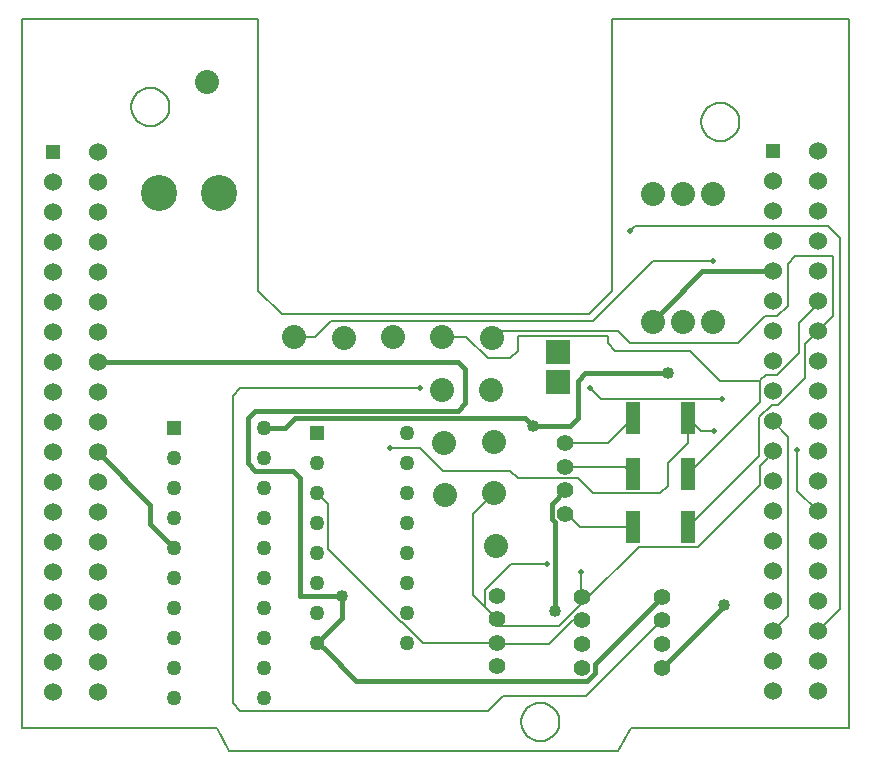
<source format=gbr>
G04 PROTEUS GERBER X2 FILE*
%TF.GenerationSoftware,Labcenter,Proteus,8.12-SP2-Build31155*%
%TF.CreationDate,2022-12-03T19:28:30+00:00*%
%TF.FileFunction,Copper,L1,Top*%
%TF.FilePolarity,Positive*%
%TF.Part,Single*%
%TF.SameCoordinates,{ab386329-c5d6-4b76-aca3-cb6d5b16447b}*%
%FSLAX45Y45*%
%MOMM*%
G01*
%TA.AperFunction,Conductor*%
%ADD10C,0.381000*%
%ADD11C,0.203200*%
%TA.AperFunction,ViaPad*%
%ADD12C,1.016000*%
%ADD13C,0.508000*%
%TA.AperFunction,ComponentPad*%
%ADD14R,1.270000X1.270000*%
%ADD15C,1.524000*%
%TA.AperFunction,ComponentPad*%
%ADD16C,1.270000*%
%TA.AperFunction,ComponentPad*%
%ADD17C,3.048000*%
%TA.AperFunction,ComponentPad*%
%ADD18C,2.032000*%
%TA.AperFunction,WasherPad*%
%ADD19C,1.397000*%
%TA.AperFunction,ComponentPad*%
%ADD70R,2.032000X2.032000*%
%TA.AperFunction,SMDPad,CuDef*%
%ADD71R,1.193800X2.692400*%
%TA.AperFunction,Profile*%
%ADD20C,0.203200*%
%TD.AperFunction*%
D10*
X+641000Y+3098000D02*
X+3690500Y+3098000D01*
X+3754000Y+3034500D01*
X+3754000Y+2746000D01*
X+3690500Y+2682500D01*
X+1976000Y+2682500D01*
X+1912500Y+2619000D01*
X+1912500Y+2238000D01*
X+1976000Y+2174500D01*
X+2293500Y+2174500D01*
X+2357000Y+2111000D01*
X+2357000Y+1117192D01*
X+2706019Y+1117192D01*
X+2500000Y+722000D02*
X+2563500Y+664801D01*
X+2828301Y+400000D01*
X+4786238Y+400000D01*
X+4852373Y+466135D01*
X+4852373Y+542373D01*
X+5420000Y+1110000D01*
X+2500000Y+722000D02*
X+2706019Y+928019D01*
X+2706019Y+1117192D01*
X+2052000Y+2540000D02*
X+2230000Y+2540000D01*
X+2309000Y+2619000D01*
X+4262000Y+2619000D01*
X+4325500Y+2555500D01*
X+5468500Y+3000000D02*
X+4770000Y+3000000D01*
X+4706500Y+2936500D01*
X+4706500Y+2619000D01*
X+4643000Y+2555500D01*
X+4325500Y+2555500D01*
X+641000Y+2336000D02*
X+1087000Y+1890000D01*
X+1087000Y+1727000D01*
X+1290000Y+1524000D01*
X+5342000Y+3440000D02*
X+5435524Y+3541600D01*
X+5757924Y+3864000D01*
X+6356000Y+3864000D01*
X+5420000Y+510000D02*
X+5943958Y+1033958D01*
X+5943958Y+1039212D01*
X+4600000Y+2010000D02*
X+4487430Y+1897430D01*
X+4487430Y+1771458D01*
X+4514186Y+1744702D01*
X+4514186Y+986528D01*
D11*
X+4600000Y+2410000D02*
X+4960000Y+2410000D01*
X+5170000Y+2620000D01*
X+4600000Y+1810000D02*
X+4669850Y+1755287D01*
X+4725137Y+1700000D01*
X+5170000Y+1700000D01*
X+4600000Y+2210000D02*
X+4669850Y+2210304D01*
X+5109696Y+2210304D01*
X+5170000Y+2150000D01*
X+6356000Y+816000D02*
X+6484500Y+944500D01*
X+6484500Y+2465500D01*
X+6356000Y+2594000D01*
X+4740000Y+910000D02*
X+4666665Y+910000D01*
X+4463911Y+707246D01*
X+4089850Y+707246D01*
X+4020000Y+720000D01*
X+2500000Y+1992000D02*
X+2594797Y+1897203D01*
X+2594797Y+1512078D01*
X+3212961Y+893914D01*
X+3221154Y+893914D01*
X+3395068Y+720000D01*
X+4020000Y+720000D01*
X+6737000Y+3356000D02*
X+6865500Y+3484500D01*
X+6865500Y+3991000D01*
X+6548000Y+3991000D01*
X+6484500Y+3927500D01*
X+6484500Y+3571500D01*
X+6396000Y+3483000D01*
X+6294000Y+3483000D01*
X+6065000Y+3254000D01*
X+5151000Y+3254000D01*
X+5046860Y+3358140D01*
X+4038140Y+3358140D01*
X+3980000Y+3300000D01*
X+6737000Y+3356000D02*
X+6630000Y+3249000D01*
X+6630000Y+2965034D01*
X+6398716Y+2733750D01*
X+6348540Y+2733750D01*
X+6244257Y+2629467D01*
X+6244257Y+2304257D01*
X+5640000Y+1700000D01*
X+6251928Y+2936500D02*
X+5913000Y+2936500D01*
X+5659000Y+3190500D01*
X+5024000Y+3190500D01*
X+4960500Y+3254000D01*
X+4960500Y+3317500D01*
X+4198500Y+3317500D01*
X+4198500Y+3190500D01*
X+4135000Y+3127000D01*
X+3944500Y+3127000D01*
X+3761500Y+3310000D01*
X+3560000Y+3310000D01*
X+6251928Y+2809500D02*
X+6251928Y+2761928D01*
X+5640000Y+2150000D01*
X+6251928Y+2873000D02*
X+6251928Y+2809500D01*
X+6251928Y+2936500D02*
X+6251928Y+2873000D01*
X+6251928Y+2936500D02*
X+6251928Y+2943077D01*
X+6295743Y+2986892D01*
X+6396332Y+2986892D01*
X+6578919Y+3169479D01*
X+6578919Y+3424527D01*
X+6688192Y+3533800D01*
X+6737000Y+3610000D01*
X+5640000Y+2620000D02*
X+5640000Y+2409500D01*
X+5468500Y+2238000D01*
X+5468500Y+2047500D01*
X+5405000Y+1984000D01*
X+4833500Y+1984000D01*
X+4706500Y+2111000D01*
X+4198500Y+2111000D01*
X+4135000Y+2174500D01*
X+3563500Y+2174500D01*
X+3373000Y+2365000D01*
X+3119000Y+2365000D01*
X+5640000Y+2620000D02*
X+5750000Y+2510000D01*
X+5860000Y+2510000D01*
X+4768652Y+1081348D02*
X+5220539Y+1533234D01*
X+5724661Y+1533234D01*
X+6250000Y+2058573D01*
X+6250000Y+2213687D01*
X+6300113Y+2263800D01*
X+6356000Y+2340000D01*
X+4768652Y+1081348D02*
X+4545520Y+858215D01*
X+4020000Y+858215D01*
X+4020000Y+920000D01*
X+5420000Y+910000D02*
X+4779500Y+269500D01*
X+4071500Y+269500D01*
X+3944500Y+142500D01*
X+1849000Y+142500D01*
X+1785500Y+206000D01*
X+1785500Y+2809500D01*
X+1849000Y+2873000D01*
X+3373000Y+2873000D01*
X+5923934Y+2785649D02*
X+4906505Y+2785649D01*
X+4812685Y+2879469D01*
X+6560000Y+2350000D02*
X+6560000Y+2009000D01*
X+6737000Y+1832000D01*
X+6737000Y+816000D02*
X+6929000Y+1008000D01*
X+6929000Y+4143000D01*
X+6827000Y+4245000D01*
X+5189500Y+4245000D01*
X+5151000Y+4206500D01*
X+2300000Y+3310000D02*
X+2484000Y+3310000D01*
X+2614560Y+3440560D01*
X+4833500Y+3440560D01*
X+5345440Y+3952500D01*
X+5849500Y+3952500D01*
X+4010000Y+930000D02*
X+3920062Y+1019938D01*
X+3920062Y+1165680D01*
X+4143116Y+1388734D01*
X+4444540Y+1388734D01*
X+4733907Y+1316392D02*
X+4733907Y+1141565D01*
X+4745963Y+1129509D01*
X+4740000Y+1110000D01*
X+4020000Y+920000D02*
X+4010000Y+930000D01*
X+3920062Y+1019938D02*
X+3817500Y+1122500D01*
X+3817500Y+1807500D01*
X+4000000Y+1990000D01*
D12*
X+2706019Y+1117192D03*
X+4325500Y+2555500D03*
X+5468500Y+3000000D03*
X+5943958Y+1039212D03*
X+4514186Y+986528D03*
D13*
X+3119000Y+2365000D03*
X+5860000Y+2510000D03*
X+3373000Y+2873000D03*
X+4812685Y+2879469D03*
X+5923934Y+2785649D03*
X+6560000Y+2350000D03*
X+5151000Y+4206500D03*
X+5849500Y+3952500D03*
X+4444540Y+1388734D03*
X+4733907Y+1316392D03*
D14*
X+260000Y+4876000D03*
D15*
X+641000Y+4876000D03*
X+260000Y+4622000D03*
X+641000Y+4622000D03*
X+260000Y+4368000D03*
X+641000Y+4368000D03*
X+260000Y+4114000D03*
X+641000Y+4114000D03*
X+260000Y+3860000D03*
X+641000Y+3860000D03*
X+260000Y+3606000D03*
X+641000Y+3606000D03*
X+260000Y+3352000D03*
X+641000Y+3352000D03*
X+260000Y+3098000D03*
X+641000Y+3098000D03*
X+260000Y+2844000D03*
X+641000Y+2844000D03*
X+260000Y+2590000D03*
X+641000Y+2590000D03*
X+260000Y+2336000D03*
X+641000Y+2336000D03*
X+260000Y+2082000D03*
X+641000Y+2082000D03*
X+260000Y+1828000D03*
X+641000Y+1828000D03*
X+260000Y+1574000D03*
X+641000Y+1574000D03*
X+260000Y+1320000D03*
X+641000Y+1320000D03*
X+260000Y+1066000D03*
X+641000Y+1066000D03*
X+260000Y+812000D03*
X+641000Y+812000D03*
X+260000Y+558000D03*
X+641000Y+558000D03*
X+260000Y+304000D03*
X+641000Y+304000D03*
D14*
X+6356000Y+4880000D03*
D15*
X+6737000Y+4880000D03*
X+6356000Y+4626000D03*
X+6737000Y+4626000D03*
X+6356000Y+4372000D03*
X+6737000Y+4372000D03*
X+6356000Y+4118000D03*
X+6737000Y+4118000D03*
X+6356000Y+3864000D03*
X+6737000Y+3864000D03*
X+6356000Y+3610000D03*
X+6737000Y+3610000D03*
X+6356000Y+3356000D03*
X+6737000Y+3356000D03*
X+6356000Y+3102000D03*
X+6737000Y+3102000D03*
X+6356000Y+2848000D03*
X+6737000Y+2848000D03*
X+6356000Y+2594000D03*
X+6737000Y+2594000D03*
X+6356000Y+2340000D03*
X+6737000Y+2340000D03*
X+6356000Y+2086000D03*
X+6737000Y+2086000D03*
X+6356000Y+1832000D03*
X+6737000Y+1832000D03*
X+6356000Y+1578000D03*
X+6737000Y+1578000D03*
X+6356000Y+1324000D03*
X+6737000Y+1324000D03*
X+6356000Y+1070000D03*
X+6737000Y+1070000D03*
X+6356000Y+816000D03*
X+6737000Y+816000D03*
X+6356000Y+562000D03*
X+6737000Y+562000D03*
X+6356000Y+308000D03*
X+6737000Y+308000D03*
D14*
X+1290000Y+2540000D03*
D16*
X+1290000Y+2286000D03*
X+1290000Y+2032000D03*
X+1290000Y+1778000D03*
X+1290000Y+1524000D03*
X+1290000Y+1270000D03*
X+1290000Y+1016000D03*
X+1290000Y+762000D03*
X+1290000Y+508000D03*
X+1290000Y+254000D03*
X+2052000Y+254000D03*
X+2052000Y+508000D03*
X+2052000Y+762000D03*
X+2052000Y+1016000D03*
X+2052000Y+1270000D03*
X+2052000Y+1524000D03*
X+2052000Y+1778000D03*
X+2052000Y+2032000D03*
X+2052000Y+2286000D03*
X+2052000Y+2540000D03*
D14*
X+2500000Y+2500000D03*
D16*
X+2500000Y+2246000D03*
X+2500000Y+1992000D03*
X+2500000Y+1738000D03*
X+2500000Y+1484000D03*
X+2500000Y+1230000D03*
X+2500000Y+976000D03*
X+2500000Y+722000D03*
X+3262000Y+722000D03*
X+3262000Y+976000D03*
X+3262000Y+1230000D03*
X+3262000Y+1484000D03*
X+3262000Y+1738000D03*
X+3262000Y+1992000D03*
X+3262000Y+2246000D03*
X+3262000Y+2500000D03*
D17*
X+1668000Y+4530000D03*
X+1160000Y+4530000D03*
D18*
X+5850000Y+4520000D03*
X+5596000Y+4520000D03*
X+5342000Y+4520000D03*
X+5850000Y+3440000D03*
X+5596000Y+3440000D03*
X+5342000Y+3440000D03*
D19*
X+5420000Y+1110000D03*
X+5420000Y+910000D03*
X+5420000Y+710000D03*
X+5420000Y+510000D03*
X+4740000Y+1110000D03*
X+4740000Y+910000D03*
X+4740000Y+710000D03*
X+4740000Y+510000D03*
X+4020000Y+1120000D03*
X+4020000Y+920000D03*
X+4020000Y+720000D03*
X+4020000Y+520000D03*
D18*
X+1570000Y+5470000D03*
D70*
X+4540000Y+2930000D03*
X+4540000Y+3184000D03*
D19*
X+4600000Y+2410000D03*
X+4600000Y+2210000D03*
X+4600000Y+2010000D03*
X+4600000Y+1810000D03*
D71*
X+5640000Y+2620000D03*
X+5170000Y+2620000D03*
X+5640000Y+2150000D03*
X+5170000Y+2150000D03*
X+5640000Y+1700000D03*
X+5170000Y+1700000D03*
D18*
X+2300000Y+3310000D03*
X+2730000Y+3300000D03*
X+3140000Y+3310000D03*
X+3560000Y+3310000D03*
X+3980000Y+3300000D03*
X+3560000Y+2860000D03*
X+3970000Y+2860000D03*
X+3570000Y+2410000D03*
X+4000000Y+2420000D03*
X+3580000Y+1970000D03*
X+4000000Y+1990000D03*
X+4010000Y+1540000D03*
D20*
X+0Y+0D02*
X+1650000Y+0D01*
X+7000000Y+0D02*
X+7000000Y+6000000D01*
X+5000000Y+6000000D01*
X+5000000Y+3700000D01*
X+4800000Y+3500000D01*
X+2200000Y+3500000D01*
X+2000000Y+3700000D02*
X+2000000Y+6000000D01*
X+0Y+6000000D01*
X+0Y+0D01*
X+2000000Y+3700000D02*
X+2200000Y+3500000D01*
X+5160000Y+0D02*
X+7000000Y+0D01*
X+1750000Y-200000D02*
X+5050000Y-200000D01*
X+1650000Y+0D02*
X+1750000Y-200000D01*
X+5160000Y+0D02*
X+5050000Y-200000D01*
X+4550045Y+50000D02*
X+4549508Y+63142D01*
X+4545144Y+89427D01*
X+4536029Y+115712D01*
X+4521182Y+141997D01*
X+4498470Y+168118D01*
X+4472185Y+187898D01*
X+4445900Y+200658D01*
X+4419615Y+208108D01*
X+4393330Y+210987D01*
X+4389000Y+211045D01*
X+4227955Y+50000D02*
X+4228492Y+63142D01*
X+4232856Y+89427D01*
X+4241971Y+115712D01*
X+4256818Y+141997D01*
X+4279530Y+168118D01*
X+4305815Y+187898D01*
X+4332100Y+200658D01*
X+4358385Y+208108D01*
X+4384670Y+210987D01*
X+4389000Y+211045D01*
X+4227955Y+50000D02*
X+4228492Y+36858D01*
X+4232856Y+10573D01*
X+4241971Y-15712D01*
X+4256818Y-41997D01*
X+4279530Y-68118D01*
X+4305815Y-87898D01*
X+4332100Y-100658D01*
X+4358385Y-108108D01*
X+4384670Y-110987D01*
X+4389000Y-111045D01*
X+4550045Y+50000D02*
X+4549508Y+36858D01*
X+4545144Y+10573D01*
X+4536029Y-15712D01*
X+4521182Y-41997D01*
X+4498470Y-68118D01*
X+4472185Y-87898D01*
X+4445900Y-100658D01*
X+4419615Y-108108D01*
X+4393330Y-110987D01*
X+4389000Y-111045D01*
X+6074045Y+5130000D02*
X+6073508Y+5143142D01*
X+6069144Y+5169427D01*
X+6060029Y+5195712D01*
X+6045182Y+5221997D01*
X+6022470Y+5248118D01*
X+5996185Y+5267898D01*
X+5969900Y+5280658D01*
X+5943615Y+5288108D01*
X+5917330Y+5290987D01*
X+5913000Y+5291045D01*
X+5751955Y+5130000D02*
X+5752492Y+5143142D01*
X+5756856Y+5169427D01*
X+5765971Y+5195712D01*
X+5780818Y+5221997D01*
X+5803530Y+5248118D01*
X+5829815Y+5267898D01*
X+5856100Y+5280658D01*
X+5882385Y+5288108D01*
X+5908670Y+5290987D01*
X+5913000Y+5291045D01*
X+5751955Y+5130000D02*
X+5752492Y+5116858D01*
X+5756856Y+5090573D01*
X+5765971Y+5064288D01*
X+5780818Y+5038003D01*
X+5803530Y+5011882D01*
X+5829815Y+4992102D01*
X+5856100Y+4979342D01*
X+5882385Y+4971892D01*
X+5908670Y+4969013D01*
X+5913000Y+4968955D01*
X+6074045Y+5130000D02*
X+6073508Y+5116858D01*
X+6069144Y+5090573D01*
X+6060029Y+5064288D01*
X+6045182Y+5038003D01*
X+6022470Y+5011882D01*
X+5996185Y+4992102D01*
X+5969900Y+4979342D01*
X+5943615Y+4971892D01*
X+5917330Y+4969013D01*
X+5913000Y+4968955D01*
X+1248045Y+5257000D02*
X+1247508Y+5270142D01*
X+1243144Y+5296427D01*
X+1234029Y+5322712D01*
X+1219182Y+5348997D01*
X+1196470Y+5375118D01*
X+1170185Y+5394898D01*
X+1143900Y+5407658D01*
X+1117615Y+5415108D01*
X+1091330Y+5417987D01*
X+1087000Y+5418045D01*
X+925955Y+5257000D02*
X+926492Y+5270142D01*
X+930856Y+5296427D01*
X+939971Y+5322712D01*
X+954818Y+5348997D01*
X+977530Y+5375118D01*
X+1003815Y+5394898D01*
X+1030100Y+5407658D01*
X+1056385Y+5415108D01*
X+1082670Y+5417987D01*
X+1087000Y+5418045D01*
X+925955Y+5257000D02*
X+926492Y+5243858D01*
X+930856Y+5217573D01*
X+939971Y+5191288D01*
X+954818Y+5165003D01*
X+977530Y+5138882D01*
X+1003815Y+5119102D01*
X+1030100Y+5106342D01*
X+1056385Y+5098892D01*
X+1082670Y+5096013D01*
X+1087000Y+5095955D01*
X+1248045Y+5257000D02*
X+1247508Y+5243858D01*
X+1243144Y+5217573D01*
X+1234029Y+5191288D01*
X+1219182Y+5165003D01*
X+1196470Y+5138882D01*
X+1170185Y+5119102D01*
X+1143900Y+5106342D01*
X+1117615Y+5098892D01*
X+1091330Y+5096013D01*
X+1087000Y+5095955D01*
M02*

</source>
